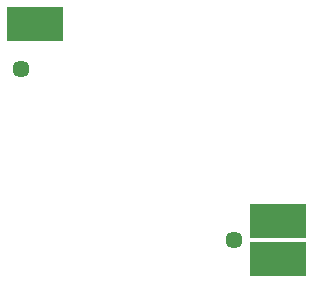
<source format=gts>
%TF.GenerationSoftware,KiCad,Pcbnew,9.0.6*%
%TF.CreationDate,2025-11-24T17:12:20+00:00*%
%TF.ProjectId,power-pcb,706f7765-722d-4706-9362-2e6b69636164,rev?*%
%TF.SameCoordinates,Original*%
%TF.FileFunction,Soldermask,Top*%
%TF.FilePolarity,Negative*%
%FSLAX46Y46*%
G04 Gerber Fmt 4.6, Leading zero omitted, Abs format (unit mm)*
G04 Created by KiCad (PCBNEW 9.0.6) date 2025-11-24 17:12:20*
%MOMM*%
%LPD*%
G01*
G04 APERTURE LIST*
G04 Aperture macros list*
%AMRoundRect*
0 Rectangle with rounded corners*
0 $1 Rounding radius*
0 $2 $3 $4 $5 $6 $7 $8 $9 X,Y pos of 4 corners*
0 Add a 4 corners polygon primitive as box body*
4,1,4,$2,$3,$4,$5,$6,$7,$8,$9,$2,$3,0*
0 Add four circle primitives for the rounded corners*
1,1,$1+$1,$2,$3*
1,1,$1+$1,$4,$5*
1,1,$1+$1,$6,$7*
1,1,$1+$1,$8,$9*
0 Add four rect primitives between the rounded corners*
20,1,$1+$1,$2,$3,$4,$5,0*
20,1,$1+$1,$4,$5,$6,$7,0*
20,1,$1+$1,$6,$7,$8,$9,0*
20,1,$1+$1,$8,$9,$2,$3,0*%
G04 Aperture macros list end*
%ADD10RoundRect,0.102000X2.250000X-1.375000X2.250000X1.375000X-2.250000X1.375000X-2.250000X-1.375000X0*%
%ADD11RoundRect,0.102000X-2.250000X1.375000X-2.250000X-1.375000X2.250000X-1.375000X2.250000X1.375000X0*%
%ADD12C,1.448000*%
G04 APERTURE END LIST*
D10*
%TO.C,GND*%
X128254000Y-91550000D03*
%TD*%
%TO.C,VBUS*%
X128254000Y-88375000D03*
%TD*%
D11*
%TO.C,NTC*%
X107680000Y-71659000D03*
%TD*%
D12*
%TO.C,REF\u002A\u002A*%
X106500000Y-75500000D03*
%TD*%
%TO.C,REF\u002A\u002A*%
X124500000Y-89972500D03*
%TD*%
M02*

</source>
